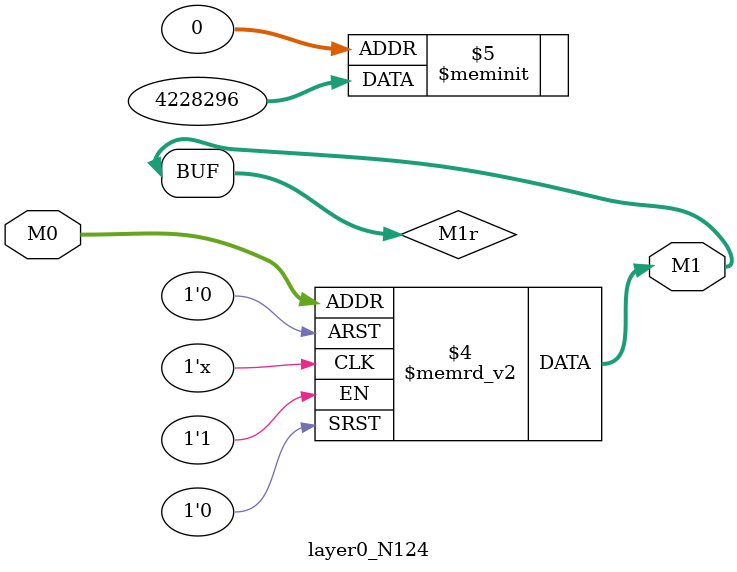
<source format=v>
module layer0_N124 ( input [3:0] M0, output [1:0] M1 );

	(*rom_style = "distributed" *) reg [1:0] M1r;
	assign M1 = M1r;
	always @ (M0) begin
		case (M0)
			4'b0000: M1r = 2'b00;
			4'b1000: M1r = 2'b00;
			4'b0100: M1r = 2'b00;
			4'b1100: M1r = 2'b00;
			4'b0010: M1r = 2'b00;
			4'b1010: M1r = 2'b00;
			4'b0110: M1r = 2'b00;
			4'b1110: M1r = 2'b00;
			4'b0001: M1r = 2'b10;
			4'b1001: M1r = 2'b00;
			4'b0101: M1r = 2'b01;
			4'b1101: M1r = 2'b00;
			4'b0011: M1r = 2'b11;
			4'b1011: M1r = 2'b01;
			4'b0111: M1r = 2'b10;
			4'b1111: M1r = 2'b00;

		endcase
	end
endmodule

</source>
